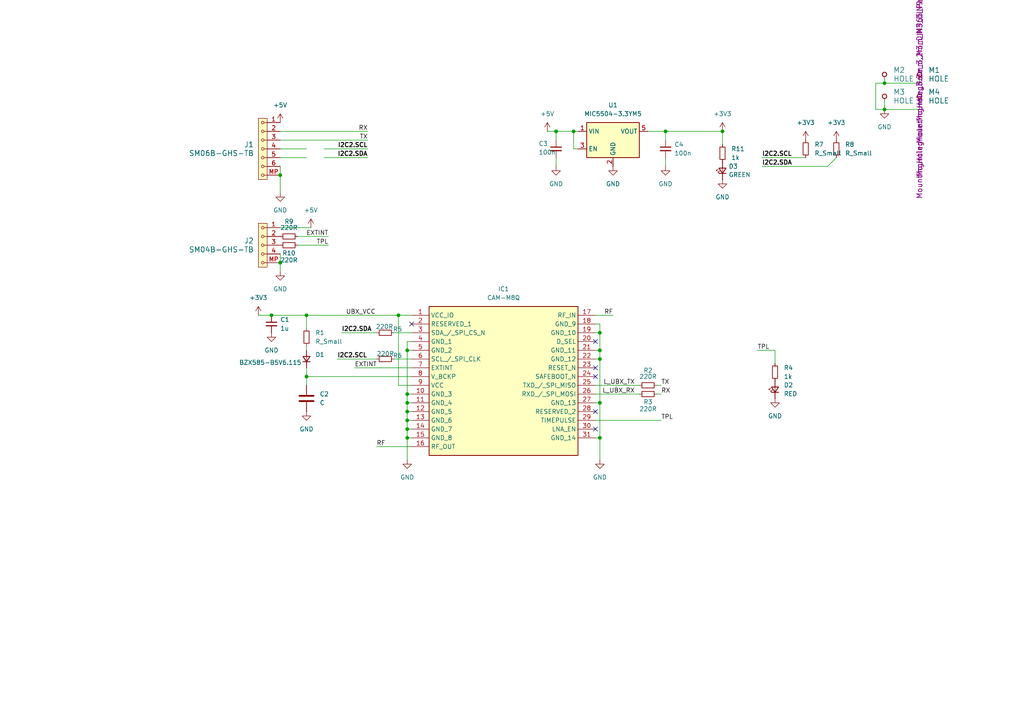
<source format=kicad_sch>
(kicad_sch (version 20231120) (generator "eeschema") (generator_version "8.0")
  (paper "A4")
  (lib_symbols
    (symbol "Device:C" (pin_numbers hide) (pin_names (offset 0.254))
      (property "Reference" "C" (at 0.635 2.54 0))
      (property "Value" "C" (at 0.635 -2.54 0))
      (symbol "C_0_1"
        (polyline (pts (xy -2.032 -0.762) (xy 2.032 -0.762)) (stroke (width 0.508)))
        (polyline (pts (xy -2.032 0.762) (xy 2.032 0.762)) (stroke (width 0.508)))
      )
      (symbol "C_1_1"
        (pin passive line (at 0 3.81 270) (length 2.794) (name "~") (number "1"))
        (pin passive line (at 0 -3.81 90) (length 2.794) (name "~") (number "2"))
      )
    )
    (symbol "Device:C_Small" (pin_numbers hide) (pin_names (offset 0.254) hide)
      (property "Reference" "C" (at 0.254 1.778 0))
      (property "Value" "C_Small" (at 0.254 -2.032 0))
      (symbol "C_Small_0_1"
        (polyline (pts (xy -1.524 -0.508) (xy 1.524 -0.508)) (stroke (width 0.3302)))
        (polyline (pts (xy -1.524 0.508) (xy 1.524 0.508)) (stroke (width 0.3048)))
      )
      (symbol "C_Small_1_1"
        (pin passive line (at 0 2.54 270) (length 2.032) (name "~") (number "1"))
        (pin passive line (at 0 -2.54 90) (length 2.032) (name "~") (number "2"))
      )
    )
    (symbol "Device:D_Small" (pin_numbers hide) (pin_names (offset 0.254) hide)
      (property "Reference" "D" (at -1.27 2.032 0))
      (property "Value" "D_Small" (at -3.81 -2.032 0))
      (symbol "D_Small_0_1"
        (polyline (pts (xy -0.762 -1.016) (xy -0.762 1.016)) (stroke (width 0.254)))
        (polyline (pts (xy -0.762 0) (xy 0.762 0)))
        (polyline (pts (xy 0.762 -1.016) (xy -0.762 0) (xy 0.762 1.016) (xy 0.762 -1.016)) (stroke (width 0.254)))
      )
      (symbol "D_Small_1_1"
        (pin passive line (at -2.54 0 0) (length 1.778) (name "K") (number "1"))
        (pin passive line (at 2.54 0 180) (length 1.778) (name "A") (number "2"))
      )
    )
    (symbol "Device:LED_Small" (pin_numbers hide) (pin_names (offset 0.254) hide)
      (property "Reference" "D" (at -1.27 3.175 0))
      (property "Value" "LED_Small" (at -4.445 -2.54 0))
      (symbol "LED_Small_0_1"
        (polyline (pts (xy -0.762 -1.016) (xy -0.762 1.016)) (stroke (width 0.254)))
        (polyline (pts (xy 1.016 0) (xy -0.762 0)))
        (polyline (pts (xy 0.762 -1.016) (xy -0.762 0) (xy 0.762 1.016) (xy 0.762 -1.016)) (stroke (width 0.254)))
        (polyline (pts (xy 0 0.762) (xy -0.508 1.27) (xy -0.254 1.27) (xy -0.508 1.27) (xy -0.508 1.016)))
        (polyline (pts (xy 0.508 1.27) (xy 0 1.778) (xy 0.254 1.778) (xy 0 1.778) (xy 0 1.524)))
      )
      (symbol "LED_Small_1_1"
        (pin passive line (at -2.54 0 0) (length 1.778) (name "K") (number "1"))
        (pin passive line (at 2.54 0 180) (length 1.778) (name "A") (number "2"))
      )
    )
    (symbol "Device:R_Small" (pin_numbers hide) (pin_names (offset 0.254) hide)
      (property "Reference" "R" (at 0.762 0.508 0))
      (property "Value" "R_Small" (at 0.762 -1.016 0))
      (symbol "R_Small_0_1"
        (rectangle (start -0.762 1.778) (end 0.762 -1.778) (stroke (width 0.2032)))
      )
      (symbol "R_Small_1_1"
        (pin passive line (at 0 2.54 270) (length 0.762) (name "~") (number "1"))
        (pin passive line (at 0 -2.54 90) (length 0.762) (name "~") (number "2"))
      )
    )
    (symbol "MLAB_CONNECTORS_JST:SM04B-GHS-TB" (pin_names (offset 1.016))
      (property "Reference" "J" (at 0 -7.62 0))
      (property "Value" "SM04B-GHS-TB" (at 0 7.62 0))
      (symbol "SM04B-GHS-TB_0_1"
        (rectangle (start -1.27 6.35) (end 1.27 -6.35) (fill (type background)))
        (circle (center 0 -5.08) (radius 0.381))
        (circle (center 0 -2.54) (radius 0.381))
        (polyline (pts (xy -1.27 -5.08) (xy -0.381 -5.08)))
        (polyline (pts (xy -1.27 -2.54) (xy -0.381 -2.54)))
        (polyline (pts (xy -1.27 0) (xy -0.381 0)))
        (polyline (pts (xy -1.27 2.54) (xy -0.381 2.54)))
        (polyline (pts (xy -1.27 5.08) (xy -0.381 5.08)))
        (circle (center 0 0) (radius 0.381))
        (circle (center 0 2.54) (radius 0.381))
        (circle (center 0 5.08) (radius 0.381))
      )
      (symbol "SM04B-GHS-TB_1_1"
        (pin input line (at -5.08 5.08 0) (length 3.81) (name "~") (number "1"))
        (pin input line (at -5.08 2.54 0) (length 3.81) (name "~") (number "2"))
        (pin input line (at -5.08 0 0) (length 3.81) (name "~") (number "3"))
        (pin input line (at -5.08 -2.54 0) (length 3.81) (name "~") (number "4"))
        (pin input line (at -5.08 -5.08 0) (length 3.81) (name "~") (number "MP"))
      )
    )
    (symbol "MLAB_CONNECTORS_JST:SM06B-GHS-TB" (pin_names (offset 1.016))
      (property "Reference" "J" (at 0 -10.16 0))
      (property "Value" "SM06B-GHS-TB" (at 0 10.16 0))
      (symbol "SM06B-GHS-TB_0_1"
        (rectangle (start -1.27 8.89) (end 1.27 -8.89) (fill (type background)))
        (circle (center 0 -7.62) (radius 0.381))
        (circle (center 0 -5.08) (radius 0.381))
        (circle (center 0 -2.54) (radius 0.381))
        (polyline (pts (xy -1.27 -7.62) (xy -0.381 -7.62)))
        (polyline (pts (xy -1.27 -5.08) (xy -0.381 -5.08)))
        (polyline (pts (xy -1.27 -2.54) (xy -0.381 -2.54)))
        (polyline (pts (xy -1.27 0) (xy -0.381 0)))
        (polyline (pts (xy -1.27 2.54) (xy -0.381 2.54)))
        (polyline (pts (xy -1.27 5.08) (xy -0.381 5.08)))
        (polyline (pts (xy -1.27 7.62) (xy -0.381 7.62)))
        (circle (center 0 0) (radius 0.381))
        (circle (center 0 2.54) (radius 0.381))
        (circle (center 0 5.08) (radius 0.381))
        (circle (center 0 7.62) (radius 0.381))
      )
      (symbol "SM06B-GHS-TB_1_1"
        (pin input line (at -5.08 7.62 0) (length 3.81) (name "~") (number "1"))
        (pin input line (at -5.08 5.08 0) (length 3.81) (name "~") (number "2"))
        (pin input line (at -5.08 2.54 0) (length 3.81) (name "~") (number "3"))
        (pin input line (at -5.08 0 0) (length 3.81) (name "~") (number "4"))
        (pin input line (at -5.08 -2.54 0) (length 3.81) (name "~") (number "5"))
        (pin input line (at -5.08 -5.08 0) (length 3.81) (name "~") (number "6"))
        (pin input line (at -5.08 -7.62 0) (length 3.81) (name "~") (number "MP"))
      )
    )
    (symbol "MLAB_IO:CAM-M8Q"
      (property "Reference" "IC" (at 38.608 7.112 0))
      (property "Value" "CAM-M8Q" (at 38.608 4.572 0))
      (symbol "CAM-M8Q_1_1"
        (rectangle (start 5.08 2.54) (end 48.26 -40.64) (stroke (width 0.254)) (fill (type background)))
        (pin passive line (at 0 0 0) (length 5.08) (name "VCC_IO") (number "1"))
        (pin passive line (at 0 -22.86 0) (length 5.08) (name "GND_3") (number "10"))
        (pin passive line (at 0 -25.4 0) (length 5.08) (name "GND_4") (number "11"))
        (pin passive line (at 0 -27.94 0) (length 5.08) (name "GND_5") (number "12"))
        (pin passive line (at 0 -30.48 0) (length 5.08) (name "GND_6") (number "13"))
        (pin passive line (at 0 -33.02 0) (length 5.08) (name "GND_7") (number "14"))
        (pin passive line (at 0 -35.56 0) (length 5.08) (name "GND_8") (number "15"))
        (pin passive line (at 0 -38.1 0) (length 5.08) (name "RF_OUT") (number "16"))
        (pin passive line (at 53.34 0 180) (length 5.08) (name "RF_IN") (number "17"))
        (pin passive line (at 53.34 -2.54 180) (length 5.08) (name "GND_9") (number "18"))
        (pin passive line (at 53.34 -5.08 180) (length 5.08) (name "GND_10") (number "19"))
        (pin passive line (at 0 -2.54 0) (length 5.08) (name "RESERVED_1") (number "2"))
        (pin passive line (at 53.34 -7.62 180) (length 5.08) (name "D_SEL") (number "20"))
        (pin passive line (at 53.34 -10.16 180) (length 5.08) (name "GND_11") (number "21"))
        (pin passive line (at 53.34 -12.7 180) (length 5.08) (name "GND_12") (number "22"))
        (pin passive line (at 53.34 -15.24 180) (length 5.08) (name "RESET_N") (number "23"))
        (pin passive line (at 53.34 -17.78 180) (length 5.08) (name "SAFEBOOT_N") (number "24"))
        (pin passive line (at 53.34 -20.32 180) (length 5.08) (name "TXD_/_SPI_MISO") (number "25"))
        (pin passive line (at 53.34 -22.86 180) (length 5.08) (name "RXD_/_SPI_MOSI") (number "26"))
        (pin passive line (at 53.34 -25.4 180) (length 5.08) (name "GND_13") (number "27"))
        (pin passive line (at 53.34 -27.94 180) (length 5.08) (name "RESERVED_2") (number "28"))
        (pin passive line (at 53.34 -30.48 180) (length 5.08) (name "TIMEPULSE") (number "29"))
        (pin passive line (at 0 -5.08 0) (length 5.08) (name "SDA_/_SPI_CS_N") (number "3"))
        (pin passive line (at 53.34 -33.02 180) (length 5.08) (name "LNA_EN") (number "30"))
        (pin passive line (at 53.34 -35.56 180) (length 5.08) (name "GND_14") (number "31"))
        (pin passive line (at 0 -7.62 0) (length 5.08) (name "GND_1") (number "4"))
        (pin passive line (at 0 -10.16 0) (length 5.08) (name "GND_2") (number "5"))
        (pin passive line (at 0 -12.7 0) (length 5.08) (name "SCL_/_SPI_CLK") (number "6"))
        (pin passive line (at 0 -15.24 0) (length 5.08) (name "EXTINT") (number "7"))
        (pin passive line (at 0 -17.78 0) (length 5.08) (name "V_BCKP") (number "8"))
        (pin passive line (at 0 -20.32 0) (length 5.08) (name "VCC") (number "9"))
      )
    )
    (symbol "MLAB_MECHANICAL:HOLE" (pin_numbers hide) (pin_names (offset 1.016) hide)
      (property "Reference" "M" (at 0 2.54 0))
      (property "Value" "HOLE" (at 0 -2.54 0))
      (symbol "HOLE_0_1"
        (circle (center 0 0) (radius 0.635) (stroke (width 0.254)))
      )
      (symbol "HOLE_1_1"
        (pin input line (at 1.27 0 180) (length 0.635) (name "~") (number "1"))
      )
    )
    (symbol "Regulator_Linear:MIC5504-3.3YM5"
      (property "Reference" "U" (at -7.62 8.89 0))
      (property "Value" "MIC5504-3.3YM5" (at -7.62 6.35 0))
      (symbol "MIC5504-3.3YM5_0_1"
        (rectangle (start -7.62 -5.08) (end 7.62 5.08) (stroke (width 0.254)) (fill (type background)))
      )
      (symbol "MIC5504-3.3YM5_1_1"
        (pin power_in line (at -10.16 2.54 0) (length 2.54) (name "VIN") (number "1"))
        (pin power_in line (at 0 -7.62 90) (length 2.54) (name "GND") (number "2"))
        (pin input line (at -10.16 -2.54 0) (length 2.54) (name "EN") (number "3"))
        (pin no_connect line (at 7.62 -2.54 180) (length 2.54) hide (name "NC") (number "4"))
        (pin power_out line (at 10.16 2.54 180) (length 2.54) (name "VOUT") (number "5"))
      )
    )
    (symbol "power:+3V3" (power) (pin_numbers hide) (pin_names (offset 0) hide)
      (property "Value" "+3V3" (at 0 3.556 0))
      (symbol "+3V3_0_1"
        (polyline (pts (xy -0.762 1.27) (xy 0 2.54)))
        (polyline (pts (xy 0 0) (xy 0 2.54)))
        (polyline (pts (xy 0 2.54) (xy 0.762 1.27)))
      )
      (symbol "+3V3_1_1"
        (pin power_in line (at 0 0 90) (length 0) (name "~") (number "1"))
      )
    )
    (symbol "power:+5V" (power) (pin_numbers hide) (pin_names (offset 0) hide)
      (property "Value" "+5V" (at 0 3.556 0))
      (symbol "+5V_0_1"
        (polyline (pts (xy -0.762 1.27) (xy 0 2.54)))
        (polyline (pts (xy 0 0) (xy 0 2.54)))
        (polyline (pts (xy 0 2.54) (xy 0.762 1.27)))
      )
      (symbol "+5V_1_1"
        (pin power_in line (at 0 0 90) (length 0) (name "~") (number "1"))
      )
    )
    (symbol "power:GND" (power) (pin_numbers hide) (pin_names (offset 0) hide)
      (property "Value" "GND" (at 0 -3.81 0))
      (symbol "GND_0_1"
        (polyline (pts (xy 0 0) (xy 0 -1.27) (xy 1.27 -1.27) (xy 0 -2.54) (xy -1.27 -1.27) (xy 0 -1.27)))
      )
      (symbol "GND_1_1"
        (pin power_in line (at 0 0 270) (length 0) (name "~") (number "1"))
      )
    )
  )
  (junction (at 118.11 119.38))
  (junction (at 161.29 38.1))
  (junction (at 118.11 127))
  (junction (at 209.55 38.1))
  (junction (at 173.99 96.52))
  (junction (at 118.11 114.3))
  (junction (at 88.9 109.22))
  (junction (at 193.04 38.1))
  (junction (at 81.28 76.2))
  (junction (at 118.11 124.46))
  (junction (at 173.99 104.14))
  (junction (at 118.11 116.84))
  (junction (at 166.37 38.1))
  (junction (at 78.74 91.44))
  (junction (at 256.54 31.75))
  (junction (at 173.99 116.84))
  (junction (at 81.28 50.8))
  (junction (at 115.57 91.44))
  (junction (at 173.99 101.6))
  (junction (at 118.11 121.92))
  (junction (at 118.11 101.6))
  (junction (at 88.9 91.44))
  (junction (at 173.99 127))
  (junction (at 256.54 24.13))
  (no_connect (at 172.72 119.38))
  (no_connect (at 172.72 124.46))
  (no_connect (at 119.38 93.98))
  (no_connect (at 172.72 106.68))
  (no_connect (at 172.72 109.22))
  (no_connect (at 172.72 99.06))
  (wire (pts (xy 256.54 29.21) (xy 256.54 31.75)))
  (wire (pts (xy 266.7 22.86) (xy 266.7 24.13)))
  (wire (pts (xy 193.04 38.1) (xy 209.55 38.1)))
  (wire (pts (xy 177.8 91.44) (xy 172.72 91.44)))
  (wire (pts (xy 172.72 127) (xy 173.99 127)))
  (wire (pts (xy 118.11 101.6) (xy 119.38 101.6)))
  (wire (pts (xy 254 24.13) (xy 254 31.75)))
  (wire (pts (xy 74.93 91.44) (xy 78.74 91.44)))
  (wire (pts (xy 118.11 124.46) (xy 118.11 127)))
  (wire (pts (xy 173.99 96.52) (xy 173.99 101.6)))
  (wire (pts (xy 118.11 124.46) (xy 119.38 124.46)))
  (wire (pts (xy 81.28 78.74) (xy 81.28 76.2)))
  (wire (pts (xy 106.68 45.72) (xy 93.98 45.72)))
  (wire (pts (xy 118.11 114.3) (xy 118.11 116.84)))
  (wire (pts (xy 81.28 66.04) (xy 90.17 66.04)))
  (wire (pts (xy 209.55 38.1) (xy 209.55 41.91)))
  (wire (pts (xy 118.11 99.06) (xy 119.38 99.06)))
  (wire (pts (xy 224.79 101.6) (xy 224.79 105.41)))
  (wire (pts (xy 193.04 45.72) (xy 193.04 48.26)))
  (wire (pts (xy 161.29 45.72) (xy 161.29 48.26)))
  (wire (pts (xy 118.11 127) (xy 119.38 127)))
  (wire (pts (xy 172.72 93.98) (xy 173.99 93.98)))
  (wire (pts (xy 81.28 43.18) (xy 88.9 43.18)))
  (wire (pts (xy 115.57 91.44) (xy 115.57 111.76)))
  (wire (pts (xy 102.87 106.68) (xy 119.38 106.68)))
  (wire (pts (xy 173.99 104.14) (xy 173.99 116.84)))
  (wire (pts (xy 158.75 38.1) (xy 161.29 38.1)))
  (wire (pts (xy 106.68 40.64) (xy 81.28 40.64)))
  (wire (pts (xy 161.29 38.1) (xy 166.37 38.1)))
  (wire (pts (xy 172.72 114.3) (xy 185.42 114.3)))
  (wire (pts (xy 88.9 109.22) (xy 119.38 109.22)))
  (wire (pts (xy 256.54 31.75) (xy 266.7 31.75)))
  (wire (pts (xy 193.04 40.64) (xy 193.04 38.1)))
  (wire (pts (xy 118.11 99.06) (xy 118.11 101.6)))
  (wire (pts (xy 88.9 100.33) (xy 88.9 101.6)))
  (wire (pts (xy 173.99 101.6) (xy 173.99 104.14)))
  (wire (pts (xy 114.3 96.52) (xy 119.38 96.52)))
  (wire (pts (xy 81.28 76.2) (xy 81.28 73.66)))
  (wire (pts (xy 172.72 104.14) (xy 173.99 104.14)))
  (wire (pts (xy 88.9 106.68) (xy 88.9 109.22)))
  (wire (pts (xy 254 31.75) (xy 256.54 31.75)))
  (wire (pts (xy 118.11 119.38) (xy 119.38 119.38)))
  (wire (pts (xy 173.99 127) (xy 173.99 133.35)))
  (wire (pts (xy 256.54 24.13) (xy 266.7 24.13)))
  (wire (pts (xy 191.77 111.76) (xy 190.5 111.76)))
  (wire (pts (xy 118.11 116.84) (xy 118.11 119.38)))
  (wire (pts (xy 240.03 48.26) (xy 242.57 45.72)))
  (wire (pts (xy 220.98 48.26) (xy 240.03 48.26)))
  (wire (pts (xy 109.22 129.54) (xy 119.38 129.54)))
  (wire (pts (xy 172.72 111.76) (xy 185.42 111.76)))
  (wire (pts (xy 166.37 38.1) (xy 166.37 43.18)))
  (wire (pts (xy 118.11 119.38) (xy 118.11 121.92)))
  (wire (pts (xy 161.29 40.64) (xy 161.29 38.1)))
  (wire (pts (xy 193.04 38.1) (xy 187.96 38.1)))
  (wire (pts (xy 118.11 127) (xy 118.11 133.35)))
  (wire (pts (xy 114.3 104.14) (xy 119.38 104.14)))
  (wire (pts (xy 95.25 71.12) (xy 86.36 71.12)))
  (wire (pts (xy 99.06 96.52) (xy 109.22 96.52)))
  (wire (pts (xy 266.7 29.21) (xy 266.7 31.75)))
  (wire (pts (xy 166.37 38.1) (xy 167.64 38.1)))
  (wire (pts (xy 166.37 43.18) (xy 167.64 43.18)))
  (wire (pts (xy 172.72 101.6) (xy 173.99 101.6)))
  (wire (pts (xy 118.11 101.6) (xy 118.11 114.3)))
  (wire (pts (xy 191.77 114.3) (xy 190.5 114.3)))
  (wire (pts (xy 106.68 43.18) (xy 93.98 43.18)))
  (wire (pts (xy 256.54 22.86) (xy 256.54 24.13)))
  (wire (pts (xy 172.72 121.92) (xy 191.77 121.92)))
  (wire (pts (xy 173.99 93.98) (xy 173.99 96.52)))
  (wire (pts (xy 88.9 91.44) (xy 115.57 91.44)))
  (wire (pts (xy 88.9 91.44) (xy 88.9 95.25)))
  (wire (pts (xy 95.25 68.58) (xy 86.36 68.58)))
  (wire (pts (xy 115.57 111.76) (xy 119.38 111.76)))
  (wire (pts (xy 219.71 101.6) (xy 224.79 101.6)))
  (wire (pts (xy 115.57 91.44) (xy 119.38 91.44)))
  (wire (pts (xy 97.79 104.14) (xy 109.22 104.14)))
  (wire (pts (xy 106.68 38.1) (xy 81.28 38.1)))
  (wire (pts (xy 220.98 45.72) (xy 233.68 45.72)))
  (wire (pts (xy 81.28 48.26) (xy 81.28 50.8)))
  (wire (pts (xy 254 24.13) (xy 256.54 24.13)))
  (wire (pts (xy 118.11 116.84) (xy 119.38 116.84)))
  (wire (pts (xy 81.28 45.72) (xy 88.9 45.72)))
  (wire (pts (xy 173.99 116.84) (xy 173.99 127)))
  (wire (pts (xy 78.74 91.44) (xy 88.9 91.44)))
  (wire (pts (xy 118.11 114.3) (xy 119.38 114.3)))
  (wire (pts (xy 172.72 116.84) (xy 173.99 116.84)))
  (wire (pts (xy 81.28 55.88) (xy 81.28 50.8)))
  (wire (pts (xy 88.9 111.76) (xy 88.9 109.22)))
  (wire (pts (xy 172.72 96.52) (xy 173.99 96.52)))
  (wire (pts (xy 118.11 121.92) (xy 119.38 121.92)))
  (wire (pts (xy 118.11 121.92) (xy 118.11 124.46)))
  (label "TPL" (at 95.25 71.12 180))
  (label "I2C2.SCL" (at 97.79 104.14 0) (effects (font (bold yes))))
  (label "TX" (at 191.77 111.76 0))
  (label "TPL" (at 191.77 121.92 0))
  (label "I2C2.SCL" (at 106.68 43.18 180) (effects (font (bold yes))))
  (label "TPL" (at 219.71 101.6 0))
  (label "UBX_VCC" (at 100.33 91.44 0))
  (label "I2C2.SDA" (at 99.06 96.52 0) (effects (font (bold yes))))
  (label "I2C2.SDA" (at 106.68 45.72 180) (effects (font (bold yes))))
  (label "I2C2.SCL" (at 220.98 45.72 0) (effects (font (bold yes))))
  (label "EXTINT" (at 95.25 68.58 180))
  (label "RX" (at 106.68 38.1 180))
  (label "RX" (at 191.77 114.3 0))
  (label "I2C2.SDA" (at 220.98 48.26 0) (effects (font (bold yes))))
  (label "RF" (at 109.22 129.54 0))
  (label "L_UBX_RX" (at 184.15 114.3 180))
  (label "RF" (at 177.8 91.44 180))
  (label "TX" (at 106.68 40.64 180))
  (label "L_UBX_TX" (at 184.15 111.76 180))
  (label "EXTINT" (at 102.87 106.68 0))
  (symbol (lib_id "power:GND") (at 81.28 78.74 0) (unit 1)
    (property "Reference" "#PWR016" (effects (hide yes)))
    (property "Value" "GND" (at 81.28 83.82 0))
    (property "Description" "Power symbol creates a global label with name \"GND\" , ground" (effects (hide yes)))
  )
  (symbol (lib_id "Device:C_Small") (at 193.04 43.18 0) (unit 1)
    (property "Reference" "C4" (at 195.58 41.9162 0) (effects (justify left)))
    (property "Value" "100n" (at 195.58 44.4562 0) (effects (justify left)))
    (property "Footprint" "Capacitor_SMD:C_0805_2012Metric" (effects (hide yes)))
    (property "Description" "Unpolarized capacitor, small symbol" (effects (hide yes)))
    (property "UST_ID" "5c70984812875079b91f8bf2" (effects (hide yes)))
  )
  (symbol (lib_id "Device:LED_Small") (at 224.79 113.03 90) (unit 1)
    (property "Reference" "D2" (at 227.33 111.6964 90) (effects (justify right)))
    (property "Value" "RED" (at 227.33 114.2364 90) (effects (justify right)))
    (property "Footprint" "LED_SMD:LED_0603_1608Metric" (effects (hide yes)))
    (property "Description" "Light emitting diode, small symbol" (effects (hide yes)))
    (property "UST_ID" "60d582331287500165f859d0" (effects (hide yes)))
  )
  (symbol (lib_id "Device:R_Small") (at 187.96 111.76 90) (unit 1)
    (property "Reference" "R2" (at 187.96 107.442 90))
    (property "Value" "220R" (at 187.96 109.22 90))
    (property "Footprint" "Resistor_SMD:R_0805_2012Metric" (effects (hide yes)))
    (property "Description" "Resistor, small symbol" (effects (hide yes)))
    (property "UST_ID" "5c70984512875079b91f8958" (effects (hide yes)))
  )
  (symbol (lib_id "Device:R_Small") (at 233.68 43.18 0) (unit 1)
    (property "Reference" "R7" (at 236.22 41.9099 0) (effects (justify left)))
    (property "Value" "R_Small" (at 236.22 44.4499 0) (effects (justify left)))
    (property "Footprint" "Resistor_SMD:R_0805_2012Metric" (effects (hide yes)))
    (property "Description" "Resistor, small symbol" (effects (hide yes)))
  )
  (symbol (lib_id "MLAB_MECHANICAL:HOLE") (at 256.54 27.94 270) (unit 1)
    (property "Reference" "M3" (at 259.08 26.6699 90) (effects (font (size 1.524 1.524)) (justify left)))
    (property "Value" "HOLE" (at 259.08 29.2099 90) (effects (font (size 1.524 1.524)) (justify left)))
    (property "Footprint" "MountingHole:MountingHole_3.2mm_M3_DIN965_Pad" (effects (hide yes)))
  )
  (symbol (lib_id "MLAB_CONNECTORS_JST:SM04B-GHS-TB") (at 76.2 71.12 0) (mirror y) (unit 1)
    (property "Reference" "J2" (at 73.66 69.8499 0) (effects (font (size 1.524 1.524)) (justify left)))
    (property "Value" "SM04B-GHS-TB" (at 73.66 72.3899 0) (effects (font (size 1.524 1.524)) (justify left)))
    (property "Footprint" "Connector_JST:JST_GH_SM04B-GHS-TB_1x04-1MP_P1.25mm_Horizontal" (effects (hide yes)))
  )
  (symbol (lib_id "Device:R_Small") (at 88.9 97.79 0) (unit 1)
    (property "Reference" "R1" (at 91.44 96.5199 0) (effects (justify left)))
    (property "Value" "R_Small" (at 91.44 99.0599 0) (effects (justify left)))
    (property "Footprint" "Resistor_SMD:R_0805_2012Metric" (effects (hide yes)))
    (property "Description" "Resistor, small symbol" (effects (hide yes)))
  )
  (symbol (lib_id "Device:D_Small") (at 88.9 104.14 90) (unit 1)
    (property "Reference" "D1" (at 91.44 102.8699 90) (effects (justify right)))
    (property "Value" "BZX585-B5V6.115" (at 69.342 105.156 90) (effects (justify right)))
    (property "Footprint" "Diode_SMD:D_SOD-523" (effects (hide yes)))
    (property "Description" "Diode, small symbol" (effects (hide yes)))
    (property "Sim.Device" "D" (effects (hide yes)))
    (property "Sim.Pins" "1=K 2=A" (effects (hide yes)))
  )
  (symbol (lib_id "power:GND") (at 161.29 48.26 0) (unit 1)
    (property "Reference" "#PWR07" (effects (hide yes)))
    (property "Value" "GND" (at 161.29 53.34 0))
    (property "Description" "Power symbol creates a global label with name \"GND\" , ground" (effects (hide yes)))
  )
  (symbol (lib_id "Device:R_Small") (at 111.76 104.14 90) (unit 1)
    (property "Reference" "R6" (at 115.316 103.124 90))
    (property "Value" "220R" (at 111.76 102.616 90))
    (property "Footprint" "Resistor_SMD:R_0805_2012Metric" (effects (hide yes)))
    (property "Description" "Resistor, small symbol" (effects (hide yes)))
    (property "UST_ID" "5c70984512875079b91f8958" (effects (hide yes)))
  )
  (symbol (lib_id "Device:LED_Small") (at 209.55 49.53 90) (unit 1)
    (property "Reference" "D3" (at 211.328 48.2543 90) (effects (justify right)))
    (property "Value" "GREEN" (at 211.328 50.6786 90) (effects (justify right)))
    (property "Footprint" "LED_SMD:LED_0603_1608Metric" (effects (hide yes)))
    (property "Description" "Light emitting diode, small symbol" (effects (hide yes)))
    (property "UST_ID" "60d582331287500165f859d0" (effects (hide yes)))
  )
  (symbol (lib_id "power:+3V3") (at 209.55 38.1 0) (unit 1)
    (property "Reference" "#PWR014" (effects (hide yes)))
    (property "Value" "+3V3" (at 209.55 33.02 0))
    (property "Description" "Power symbol creates a global label with name \"+3V3\"" (effects (hide yes)))
  )
  (symbol (lib_id "power:+3V3") (at 233.68 40.64 0) (unit 1)
    (property "Reference" "#PWR012" (effects (hide yes)))
    (property "Value" "+3V3" (at 233.68 35.56 0))
    (property "Description" "Power symbol creates a global label with name \"+3V3\"" (effects (hide yes)))
  )
  (symbol (lib_id "MLAB_MECHANICAL:HOLE") (at 256.54 21.59 270) (unit 1)
    (property "Reference" "M2" (at 259.08 20.3199 90) (effects (font (size 1.524 1.524)) (justify left)))
    (property "Value" "HOLE" (at 259.08 22.8599 90) (effects (font (size 1.524 1.524)) (justify left)))
    (property "Footprint" "MountingHole:MountingHole_3.2mm_M3_DIN965_Pad" (effects (hide yes)))
  )
  (symbol (lib_id "MLAB_MECHANICAL:HOLE") (at 266.7 27.94 270) (unit 1)
    (property "Reference" "M4" (at 269.24 26.6699 90) (effects (font (size 1.524 1.524)) (justify left)))
    (property "Value" "HOLE" (at 269.24 29.2099 90) (effects (font (size 1.524 1.524)) (justify left)))
    (property "Footprint" "MountingHole:MountingHole_3.2mm_M3_DIN965_Pad" (at 266.7 27.94 0) (effects (font (size 1.524 1.524))))
  )
  (symbol (lib_id "Device:C_Small") (at 161.29 43.18 0) (unit 1)
    (property "Reference" "C3" (at 156.21 41.656 0) (effects (justify left)))
    (property "Value" "100n" (at 156.21 44.196 0) (effects (justify left)))
    (property "Footprint" "Capacitor_SMD:C_0805_2012Metric" (effects (hide yes)))
    (property "Description" "Unpolarized capacitor, small symbol" (effects (hide yes)))
    (property "UST_ID" "5c70984812875079b91f8bf2" (effects (hide yes)))
  )
  (symbol (lib_id "power:GND") (at 81.28 55.88 0) (unit 1)
    (property "Reference" "#PWR06" (effects (hide yes)))
    (property "Value" "GND" (at 81.28 60.96 0))
    (property "Description" "Power symbol creates a global label with name \"GND\" , ground" (effects (hide yes)))
  )
  (symbol (lib_id "MLAB_IO:CAM-M8Q") (at 119.38 91.44 0) (unit 1)
    (property "Reference" "IC1" (at 146.05 83.82 0))
    (property "Value" "CAM-M8Q" (at 146.05 86.36 0))
    (property "Footprint" "Mlab_IO:CAM-M8Q" (effects (hide yes)))
    (property "Datasheet" "https://www.u-blox.com/sites/default/files/CAM-M8-FW3_DataSheet_%28UBX-15031574%29.pdf" (effects (hide yes)))
    (property "Description" "Concurrent GNSS Antenna Modules" (effects (hide yes)))
    (property "Manufacturer_Name" "U-Blox" (effects (hide yes)))
    (property "Manufacturer_Part_Number" "CAM-M8Q" (effects (hide yes)))
    (property "UST_ID" "669a6e3c6fdfe6f54e2eb4be" (effects (hide yes)))
  )
  (symbol (lib_id "power:GND") (at 193.04 48.26 0) (unit 1)
    (property "Reference" "#PWR09" (effects (hide yes)))
    (property "Value" "GND" (at 193.04 53.34 0))
    (property "Description" "Power symbol creates a global label with name \"GND\" , ground" (effects (hide yes)))
  )
  (symbol (lib_id "power:GND") (at 88.9 119.38 0) (unit 1)
    (property "Reference" "#PWR02" (effects (hide yes)))
    (property "Value" "GND" (at 88.9 124.46 0))
    (property "Description" "Power symbol creates a global label with name \"GND\" , ground" (effects (hide yes)))
  )
  (symbol (lib_id "power:+5V") (at 81.28 35.56 0) (unit 1)
    (property "Reference" "#PWR010" (effects (hide yes)))
    (property "Value" "+5V" (at 81.28 30.48 0))
    (property "Description" "Power symbol creates a global label with name \"+5V\"" (effects (hide yes)))
  )
  (symbol (lib_id "power:+5V") (at 158.75 38.1 0) (unit 1)
    (property "Reference" "#PWR011" (effects (hide yes)))
    (property "Value" "+5V" (at 158.75 33.02 0))
    (property "Description" "Power symbol creates a global label with name \"+5V\"" (effects (hide yes)))
  )
  (symbol (lib_id "Device:R_Small") (at 242.57 43.18 0) (unit 1)
    (property "Reference" "R8" (at 245.11 41.9099 0) (effects (justify left)))
    (property "Value" "R_Small" (at 245.11 44.4499 0) (effects (justify left)))
    (property "Footprint" "Resistor_SMD:R_0805_2012Metric" (effects (hide yes)))
    (property "Description" "Resistor, small symbol" (effects (hide yes)))
  )
  (symbol (lib_id "Device:C") (at 88.9 115.57 0) (unit 1)
    (property "Reference" "C2" (at 92.71 114.2999 0) (effects (justify left)))
    (property "Value" "C" (at 92.71 116.8399 0) (effects (justify left)))
    (property "Footprint" "Resistor_SMD:R_1206_3216Metric" (effects (hide yes)))
    (property "Description" "Unpolarized capacitor" (effects (hide yes)))
  )
  (symbol (lib_id "Device:R_Small") (at 111.76 96.52 90) (unit 1)
    (property "Reference" "R5" (at 115.316 95.504 90))
    (property "Value" "220R" (at 111.506 94.742 90))
    (property "Footprint" "Resistor_SMD:R_0805_2012Metric" (effects (hide yes)))
    (property "Description" "Resistor, small symbol" (effects (hide yes)))
    (property "UST_ID" "5c70984512875079b91f8958" (effects (hide yes)))
  )
  (symbol (lib_id "Device:C_Small") (at 78.74 93.98 0) (unit 1)
    (property "Reference" "C1" (at 81.28 92.7162 0) (effects (justify left)))
    (property "Value" "1u" (at 81.28 95.2562 0) (effects (justify left)))
    (property "Footprint" "Capacitor_SMD:C_0805_2012Metric" (effects (hide yes)))
    (property "Description" "Unpolarized capacitor, small symbol" (effects (hide yes)))
    (property "UST_ID" "5c70984812875079b91f8bc3" (effects (hide yes)))
  )
  (symbol (lib_id "Device:R_Small") (at 224.79 107.95 0) (unit 1)
    (property "Reference" "R4" (at 227.33 106.6799 0) (effects (justify left)))
    (property "Value" "1k" (at 227.33 109.2199 0) (effects (justify left)))
    (property "Footprint" "Resistor_SMD:R_0805_2012Metric" (effects (hide yes)))
    (property "Description" "Resistor, small symbol" (effects (hide yes)))
    (property "UST_ID" "5c70984512875079b91f895c" (effects (hide yes)))
  )
  (symbol (lib_id "power:GND") (at 177.8 48.26 0) (unit 1)
    (property "Reference" "#PWR08" (effects (hide yes)))
    (property "Value" "GND" (at 177.8 53.34 0))
    (property "Description" "Power symbol creates a global label with name \"GND\" , ground" (effects (hide yes)))
  )
  (symbol (lib_id "power:GND") (at 118.11 133.35 0) (unit 1)
    (property "Reference" "#PWR03" (effects (hide yes)))
    (property "Value" "GND" (at 118.11 138.43 0))
    (property "Description" "Power symbol creates a global label with name \"GND\" , ground" (effects (hide yes)))
  )
  (symbol (lib_id "Regulator_Linear:MIC5504-3.3YM5") (at 177.8 40.64 0) (unit 1)
    (property "Reference" "U1" (at 177.8 30.48 0))
    (property "Value" "MIC5504-3.3YM5" (at 177.8 33.02 0))
    (property "Footprint" "Package_TO_SOT_SMD:SOT-23-5" (effects (hide yes)))
    (property "Datasheet" "http://ww1.microchip.com/downloads/en/DeviceDoc/MIC550X.pdf" (effects (hide yes)))
    (property "Description" "300mA Low-dropout Voltage Regulator, Vout 3.3V, Vin up to 5.5V, SOT-23" (effects (hide yes)))
    (property "UST_ID" "5c7255e81287500b4e112ea2" (effects (hide yes)))
  )
  (symbol (lib_id "power:GND") (at 78.74 96.52 0) (unit 1)
    (property "Reference" "#PWR01" (effects (hide yes)))
    (property "Value" "GND" (at 78.74 101.6 0))
    (property "Description" "Power symbol creates a global label with name \"GND\" , ground" (effects (hide yes)))
  )
  (symbol (lib_id "Device:R_Small") (at 83.82 68.58 90) (unit 1)
    (property "Reference" "R9" (at 83.82 64.262 90))
    (property "Value" "220R" (at 83.82 66.04 90))
    (property "Footprint" "Resistor_SMD:R_0805_2012Metric" (effects (hide yes)))
    (property "Description" "Resistor, small symbol" (effects (hide yes)))
    (property "UST_ID" "5c70984512875079b91f8958" (effects (hide yes)))
  )
  (symbol (lib_id "Device:R_Small") (at 83.82 71.12 90) (unit 1)
    (property "Reference" "R10" (at 83.82 73.406 90))
    (property "Value" "220R" (at 83.82 75.438 90))
    (property "Footprint" "Resistor_SMD:R_0805_2012Metric" (effects (hide yes)))
    (property "Description" "Resistor, small symbol" (effects (hide yes)))
    (property "UST_ID" "5c70984512875079b91f8958" (effects (hide yes)))
  )
  (symbol (lib_id "Device:R_Small") (at 209.55 44.45 0) (unit 1)
    (property "Reference" "R11" (at 212.09 43.1799 0) (effects (justify left)))
    (property "Value" "1k" (at 212.09 45.7199 0) (effects (justify left)))
    (property "Footprint" "Resistor_SMD:R_0805_2012Metric" (effects (hide yes)))
    (property "Description" "Resistor, small symbol" (effects (hide yes)))
    (property "UST_ID" "5c70984512875079b91f895c" (effects (hide yes)))
  )
  (symbol (lib_id "power:+3V3") (at 74.93 91.44 0) (unit 1)
    (property "Reference" "#PWR015" (effects (hide yes)))
    (property "Value" "+3V3" (at 74.93 86.36 0))
    (property "Description" "Power symbol creates a global label with name \"+3V3\"" (effects (hide yes)))
  )
  (symbol (lib_id "Device:R_Small") (at 187.96 114.3 90) (unit 1)
    (property "Reference" "R3" (at 187.96 116.586 90))
    (property "Value" "220R" (at 187.96 118.618 90))
    (property "Footprint" "Resistor_SMD:R_0805_2012Metric" (effects (hide yes)))
    (property "Description" "Resistor, small symbol" (effects (hide yes)))
    (property "UST_ID" "5c70984512875079b91f8958" (effects (hide yes)))
  )
  (symbol (lib_id "power:GND") (at 209.55 52.07 0) (unit 1)
    (property "Reference" "#PWR018" (effects (hide yes)))
    (property "Value" "GND" (at 209.55 57.15 0))
    (property "Description" "Power symbol creates a global label with name \"GND\" , ground" (effects (hide yes)))
  )
  (symbol (lib_id "power:GND") (at 256.54 31.75 0) (unit 1)
    (property "Reference" "#PWR019" (effects (hide yes)))
    (property "Value" "GND" (at 256.54 36.83 0))
    (property "Description" "Power symbol creates a global label with name \"GND\" , ground" (effects (hide yes)))
  )
  (symbol (lib_id "power:GND") (at 224.79 115.57 0) (unit 1)
    (property "Reference" "#PWR05" (effects (hide yes)))
    (property "Value" "GND" (at 224.79 120.65 0))
    (property "Description" "Power symbol creates a global label with name \"GND\" , ground" (effects (hide yes)))
  )
  (symbol (lib_id "MLAB_MECHANICAL:HOLE") (at 266.7 21.59 270) (unit 1)
    (property "Reference" "M1" (at 269.24 20.3199 90) (effects (font (size 1.524 1.524)) (justify left)))
    (property "Value" "HOLE" (at 269.24 22.8599 90) (effects (font (size 1.524 1.524)) (justify left)))
    (property "Footprint" "MountingHole:MountingHole_3.2mm_M3_DIN965_Pad" (at 266.7 21.59 0) (effects (font (size 1.524 1.524))))
  )
  (symbol (lib_id "MLAB_CONNECTORS_JST:SM06B-GHS-TB") (at 76.2 43.18 0) (mirror y) (unit 1)
    (property "Reference" "J1" (at 73.66 41.9099 0) (effects (font (size 1.524 1.524)) (justify left)))
    (property "Value" "SM06B-GHS-TB" (at 73.66 44.4499 0) (effects (font (size 1.524 1.524)) (justify left)))
    (property "Footprint" "Connector_JST:JST_GH_SM06B-GHS-TB_1x06-1MP_P1.25mm_Horizontal" (effects (hide yes)))
    (property "Description" "1x07 2.54 mm pitch header" (effects (hide yes)))
  )
  (symbol (lib_id "power:GND") (at 173.99 133.35 0) (unit 1)
    (property "Reference" "#PWR04" (effects (hide yes)))
    (property "Value" "GND" (at 173.99 138.43 0))
    (property "Description" "Power symbol creates a global label with name \"GND\" , ground" (effects (hide yes)))
  )
  (symbol (lib_id "power:+3V3") (at 242.57 40.64 0) (unit 1)
    (property "Reference" "#PWR013" (effects (hide yes)))
    (property "Value" "+3V3" (at 242.57 35.56 0))
    (property "Description" "Power symbol creates a global label with name \"+3V3\"" (effects (hide yes)))
  )
  (symbol (lib_id "power:+5V") (at 90.17 66.04 0) (unit 1)
    (property "Reference" "#PWR017" (effects (hide yes)))
    (property "Value" "+5V" (at 90.17 60.96 0))
    (property "Description" "Power symbol creates a global label with name \"+5V\"" (effects (hide yes)))
  )
)
</source>
